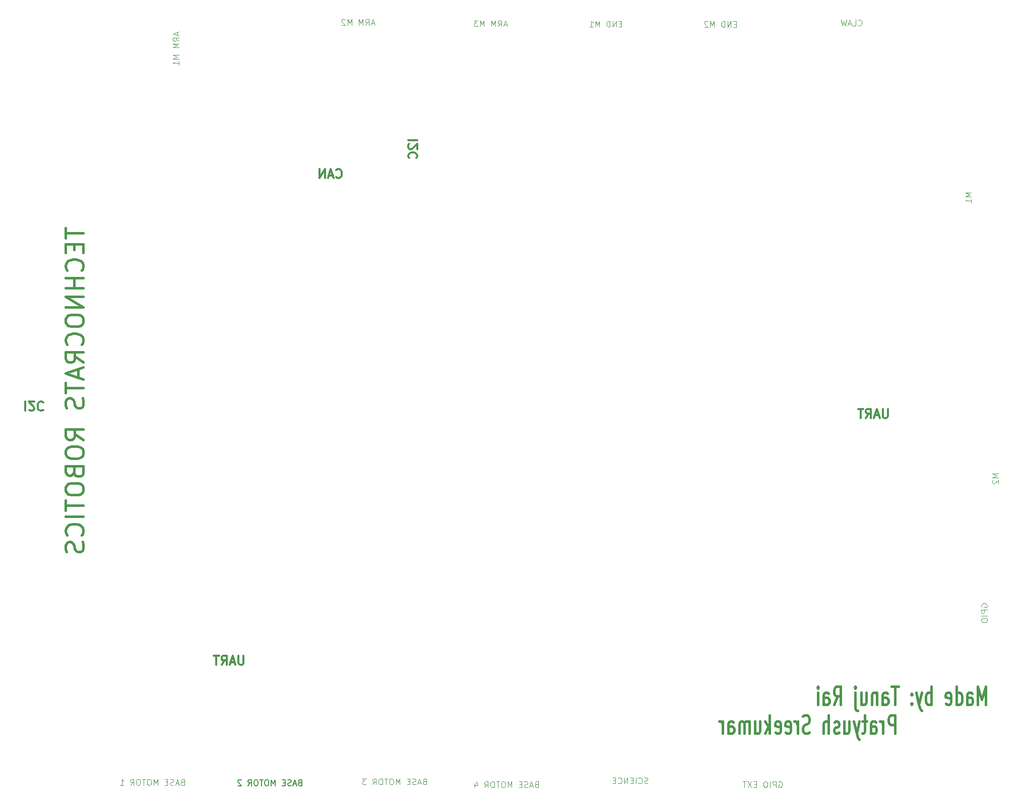
<source format=gbr>
%TF.GenerationSoftware,KiCad,Pcbnew,9.0.2*%
%TF.CreationDate,2025-12-22T22:41:59+05:30*%
%TF.ProjectId,its_a_wrap,6974735f-615f-4777-9261-702e6b696361,rev?*%
%TF.SameCoordinates,Original*%
%TF.FileFunction,Legend,Bot*%
%TF.FilePolarity,Positive*%
%FSLAX46Y46*%
G04 Gerber Fmt 4.6, Leading zero omitted, Abs format (unit mm)*
G04 Created by KiCad (PCBNEW 9.0.2) date 2025-12-22 22:41:59*
%MOMM*%
%LPD*%
G01*
G04 APERTURE LIST*
%ADD10C,0.100000*%
%ADD11C,0.150000*%
%ADD12C,0.300000*%
%ADD13C,0.400000*%
G04 APERTURE END LIST*
D10*
X188494687Y-30387180D02*
X188542306Y-30434800D01*
X188542306Y-30434800D02*
X188685163Y-30482419D01*
X188685163Y-30482419D02*
X188780401Y-30482419D01*
X188780401Y-30482419D02*
X188923258Y-30434800D01*
X188923258Y-30434800D02*
X189018496Y-30339561D01*
X189018496Y-30339561D02*
X189066115Y-30244323D01*
X189066115Y-30244323D02*
X189113734Y-30053847D01*
X189113734Y-30053847D02*
X189113734Y-29910990D01*
X189113734Y-29910990D02*
X189066115Y-29720514D01*
X189066115Y-29720514D02*
X189018496Y-29625276D01*
X189018496Y-29625276D02*
X188923258Y-29530038D01*
X188923258Y-29530038D02*
X188780401Y-29482419D01*
X188780401Y-29482419D02*
X188685163Y-29482419D01*
X188685163Y-29482419D02*
X188542306Y-29530038D01*
X188542306Y-29530038D02*
X188494687Y-29577657D01*
X187589925Y-30482419D02*
X188066115Y-30482419D01*
X188066115Y-30482419D02*
X188066115Y-29482419D01*
X187304210Y-30196704D02*
X186828020Y-30196704D01*
X187399448Y-30482419D02*
X187066115Y-29482419D01*
X187066115Y-29482419D02*
X186732782Y-30482419D01*
X186494686Y-29482419D02*
X186256591Y-30482419D01*
X186256591Y-30482419D02*
X186066115Y-29768133D01*
X186066115Y-29768133D02*
X185875639Y-30482419D01*
X185875639Y-30482419D02*
X185637544Y-29482419D01*
D11*
X94679887Y-157546009D02*
X94537030Y-157593628D01*
X94537030Y-157593628D02*
X94489411Y-157641247D01*
X94489411Y-157641247D02*
X94441792Y-157736485D01*
X94441792Y-157736485D02*
X94441792Y-157879342D01*
X94441792Y-157879342D02*
X94489411Y-157974580D01*
X94489411Y-157974580D02*
X94537030Y-158022200D01*
X94537030Y-158022200D02*
X94632268Y-158069819D01*
X94632268Y-158069819D02*
X95013220Y-158069819D01*
X95013220Y-158069819D02*
X95013220Y-157069819D01*
X95013220Y-157069819D02*
X94679887Y-157069819D01*
X94679887Y-157069819D02*
X94584649Y-157117438D01*
X94584649Y-157117438D02*
X94537030Y-157165057D01*
X94537030Y-157165057D02*
X94489411Y-157260295D01*
X94489411Y-157260295D02*
X94489411Y-157355533D01*
X94489411Y-157355533D02*
X94537030Y-157450771D01*
X94537030Y-157450771D02*
X94584649Y-157498390D01*
X94584649Y-157498390D02*
X94679887Y-157546009D01*
X94679887Y-157546009D02*
X95013220Y-157546009D01*
X94060839Y-157784104D02*
X93584649Y-157784104D01*
X94156077Y-158069819D02*
X93822744Y-157069819D01*
X93822744Y-157069819D02*
X93489411Y-158069819D01*
X93203696Y-158022200D02*
X93060839Y-158069819D01*
X93060839Y-158069819D02*
X92822744Y-158069819D01*
X92822744Y-158069819D02*
X92727506Y-158022200D01*
X92727506Y-158022200D02*
X92679887Y-157974580D01*
X92679887Y-157974580D02*
X92632268Y-157879342D01*
X92632268Y-157879342D02*
X92632268Y-157784104D01*
X92632268Y-157784104D02*
X92679887Y-157688866D01*
X92679887Y-157688866D02*
X92727506Y-157641247D01*
X92727506Y-157641247D02*
X92822744Y-157593628D01*
X92822744Y-157593628D02*
X93013220Y-157546009D01*
X93013220Y-157546009D02*
X93108458Y-157498390D01*
X93108458Y-157498390D02*
X93156077Y-157450771D01*
X93156077Y-157450771D02*
X93203696Y-157355533D01*
X93203696Y-157355533D02*
X93203696Y-157260295D01*
X93203696Y-157260295D02*
X93156077Y-157165057D01*
X93156077Y-157165057D02*
X93108458Y-157117438D01*
X93108458Y-157117438D02*
X93013220Y-157069819D01*
X93013220Y-157069819D02*
X92775125Y-157069819D01*
X92775125Y-157069819D02*
X92632268Y-157117438D01*
X92203696Y-157546009D02*
X91870363Y-157546009D01*
X91727506Y-158069819D02*
X92203696Y-158069819D01*
X92203696Y-158069819D02*
X92203696Y-157069819D01*
X92203696Y-157069819D02*
X91727506Y-157069819D01*
X90537029Y-158069819D02*
X90537029Y-157069819D01*
X90537029Y-157069819D02*
X90203696Y-157784104D01*
X90203696Y-157784104D02*
X89870363Y-157069819D01*
X89870363Y-157069819D02*
X89870363Y-158069819D01*
X89203696Y-157069819D02*
X89013220Y-157069819D01*
X89013220Y-157069819D02*
X88917982Y-157117438D01*
X88917982Y-157117438D02*
X88822744Y-157212676D01*
X88822744Y-157212676D02*
X88775125Y-157403152D01*
X88775125Y-157403152D02*
X88775125Y-157736485D01*
X88775125Y-157736485D02*
X88822744Y-157926961D01*
X88822744Y-157926961D02*
X88917982Y-158022200D01*
X88917982Y-158022200D02*
X89013220Y-158069819D01*
X89013220Y-158069819D02*
X89203696Y-158069819D01*
X89203696Y-158069819D02*
X89298934Y-158022200D01*
X89298934Y-158022200D02*
X89394172Y-157926961D01*
X89394172Y-157926961D02*
X89441791Y-157736485D01*
X89441791Y-157736485D02*
X89441791Y-157403152D01*
X89441791Y-157403152D02*
X89394172Y-157212676D01*
X89394172Y-157212676D02*
X89298934Y-157117438D01*
X89298934Y-157117438D02*
X89203696Y-157069819D01*
X88489410Y-157069819D02*
X87917982Y-157069819D01*
X88203696Y-158069819D02*
X88203696Y-157069819D01*
X87394172Y-157069819D02*
X87203696Y-157069819D01*
X87203696Y-157069819D02*
X87108458Y-157117438D01*
X87108458Y-157117438D02*
X87013220Y-157212676D01*
X87013220Y-157212676D02*
X86965601Y-157403152D01*
X86965601Y-157403152D02*
X86965601Y-157736485D01*
X86965601Y-157736485D02*
X87013220Y-157926961D01*
X87013220Y-157926961D02*
X87108458Y-158022200D01*
X87108458Y-158022200D02*
X87203696Y-158069819D01*
X87203696Y-158069819D02*
X87394172Y-158069819D01*
X87394172Y-158069819D02*
X87489410Y-158022200D01*
X87489410Y-158022200D02*
X87584648Y-157926961D01*
X87584648Y-157926961D02*
X87632267Y-157736485D01*
X87632267Y-157736485D02*
X87632267Y-157403152D01*
X87632267Y-157403152D02*
X87584648Y-157212676D01*
X87584648Y-157212676D02*
X87489410Y-157117438D01*
X87489410Y-157117438D02*
X87394172Y-157069819D01*
X85965601Y-158069819D02*
X86298934Y-157593628D01*
X86537029Y-158069819D02*
X86537029Y-157069819D01*
X86537029Y-157069819D02*
X86156077Y-157069819D01*
X86156077Y-157069819D02*
X86060839Y-157117438D01*
X86060839Y-157117438D02*
X86013220Y-157165057D01*
X86013220Y-157165057D02*
X85965601Y-157260295D01*
X85965601Y-157260295D02*
X85965601Y-157403152D01*
X85965601Y-157403152D02*
X86013220Y-157498390D01*
X86013220Y-157498390D02*
X86060839Y-157546009D01*
X86060839Y-157546009D02*
X86156077Y-157593628D01*
X86156077Y-157593628D02*
X86537029Y-157593628D01*
X84822743Y-157165057D02*
X84775124Y-157117438D01*
X84775124Y-157117438D02*
X84679886Y-157069819D01*
X84679886Y-157069819D02*
X84441791Y-157069819D01*
X84441791Y-157069819D02*
X84346553Y-157117438D01*
X84346553Y-157117438D02*
X84298934Y-157165057D01*
X84298934Y-157165057D02*
X84251315Y-157260295D01*
X84251315Y-157260295D02*
X84251315Y-157355533D01*
X84251315Y-157355533D02*
X84298934Y-157498390D01*
X84298934Y-157498390D02*
X84870362Y-158069819D01*
X84870362Y-158069819D02*
X84251315Y-158069819D01*
D10*
X134412782Y-157848609D02*
X134269925Y-157896228D01*
X134269925Y-157896228D02*
X134222306Y-157943847D01*
X134222306Y-157943847D02*
X134174687Y-158039085D01*
X134174687Y-158039085D02*
X134174687Y-158181942D01*
X134174687Y-158181942D02*
X134222306Y-158277180D01*
X134222306Y-158277180D02*
X134269925Y-158324800D01*
X134269925Y-158324800D02*
X134365163Y-158372419D01*
X134365163Y-158372419D02*
X134746115Y-158372419D01*
X134746115Y-158372419D02*
X134746115Y-157372419D01*
X134746115Y-157372419D02*
X134412782Y-157372419D01*
X134412782Y-157372419D02*
X134317544Y-157420038D01*
X134317544Y-157420038D02*
X134269925Y-157467657D01*
X134269925Y-157467657D02*
X134222306Y-157562895D01*
X134222306Y-157562895D02*
X134222306Y-157658133D01*
X134222306Y-157658133D02*
X134269925Y-157753371D01*
X134269925Y-157753371D02*
X134317544Y-157800990D01*
X134317544Y-157800990D02*
X134412782Y-157848609D01*
X134412782Y-157848609D02*
X134746115Y-157848609D01*
X133793734Y-158086704D02*
X133317544Y-158086704D01*
X133888972Y-158372419D02*
X133555639Y-157372419D01*
X133555639Y-157372419D02*
X133222306Y-158372419D01*
X132936591Y-158324800D02*
X132793734Y-158372419D01*
X132793734Y-158372419D02*
X132555639Y-158372419D01*
X132555639Y-158372419D02*
X132460401Y-158324800D01*
X132460401Y-158324800D02*
X132412782Y-158277180D01*
X132412782Y-158277180D02*
X132365163Y-158181942D01*
X132365163Y-158181942D02*
X132365163Y-158086704D01*
X132365163Y-158086704D02*
X132412782Y-157991466D01*
X132412782Y-157991466D02*
X132460401Y-157943847D01*
X132460401Y-157943847D02*
X132555639Y-157896228D01*
X132555639Y-157896228D02*
X132746115Y-157848609D01*
X132746115Y-157848609D02*
X132841353Y-157800990D01*
X132841353Y-157800990D02*
X132888972Y-157753371D01*
X132888972Y-157753371D02*
X132936591Y-157658133D01*
X132936591Y-157658133D02*
X132936591Y-157562895D01*
X132936591Y-157562895D02*
X132888972Y-157467657D01*
X132888972Y-157467657D02*
X132841353Y-157420038D01*
X132841353Y-157420038D02*
X132746115Y-157372419D01*
X132746115Y-157372419D02*
X132508020Y-157372419D01*
X132508020Y-157372419D02*
X132365163Y-157420038D01*
X131936591Y-157848609D02*
X131603258Y-157848609D01*
X131460401Y-158372419D02*
X131936591Y-158372419D01*
X131936591Y-158372419D02*
X131936591Y-157372419D01*
X131936591Y-157372419D02*
X131460401Y-157372419D01*
X130269924Y-158372419D02*
X130269924Y-157372419D01*
X130269924Y-157372419D02*
X129936591Y-158086704D01*
X129936591Y-158086704D02*
X129603258Y-157372419D01*
X129603258Y-157372419D02*
X129603258Y-158372419D01*
X128936591Y-157372419D02*
X128746115Y-157372419D01*
X128746115Y-157372419D02*
X128650877Y-157420038D01*
X128650877Y-157420038D02*
X128555639Y-157515276D01*
X128555639Y-157515276D02*
X128508020Y-157705752D01*
X128508020Y-157705752D02*
X128508020Y-158039085D01*
X128508020Y-158039085D02*
X128555639Y-158229561D01*
X128555639Y-158229561D02*
X128650877Y-158324800D01*
X128650877Y-158324800D02*
X128746115Y-158372419D01*
X128746115Y-158372419D02*
X128936591Y-158372419D01*
X128936591Y-158372419D02*
X129031829Y-158324800D01*
X129031829Y-158324800D02*
X129127067Y-158229561D01*
X129127067Y-158229561D02*
X129174686Y-158039085D01*
X129174686Y-158039085D02*
X129174686Y-157705752D01*
X129174686Y-157705752D02*
X129127067Y-157515276D01*
X129127067Y-157515276D02*
X129031829Y-157420038D01*
X129031829Y-157420038D02*
X128936591Y-157372419D01*
X128222305Y-157372419D02*
X127650877Y-157372419D01*
X127936591Y-158372419D02*
X127936591Y-157372419D01*
X127127067Y-157372419D02*
X126936591Y-157372419D01*
X126936591Y-157372419D02*
X126841353Y-157420038D01*
X126841353Y-157420038D02*
X126746115Y-157515276D01*
X126746115Y-157515276D02*
X126698496Y-157705752D01*
X126698496Y-157705752D02*
X126698496Y-158039085D01*
X126698496Y-158039085D02*
X126746115Y-158229561D01*
X126746115Y-158229561D02*
X126841353Y-158324800D01*
X126841353Y-158324800D02*
X126936591Y-158372419D01*
X126936591Y-158372419D02*
X127127067Y-158372419D01*
X127127067Y-158372419D02*
X127222305Y-158324800D01*
X127222305Y-158324800D02*
X127317543Y-158229561D01*
X127317543Y-158229561D02*
X127365162Y-158039085D01*
X127365162Y-158039085D02*
X127365162Y-157705752D01*
X127365162Y-157705752D02*
X127317543Y-157515276D01*
X127317543Y-157515276D02*
X127222305Y-157420038D01*
X127222305Y-157420038D02*
X127127067Y-157372419D01*
X125698496Y-158372419D02*
X126031829Y-157896228D01*
X126269924Y-158372419D02*
X126269924Y-157372419D01*
X126269924Y-157372419D02*
X125888972Y-157372419D01*
X125888972Y-157372419D02*
X125793734Y-157420038D01*
X125793734Y-157420038D02*
X125746115Y-157467657D01*
X125746115Y-157467657D02*
X125698496Y-157562895D01*
X125698496Y-157562895D02*
X125698496Y-157705752D01*
X125698496Y-157705752D02*
X125746115Y-157800990D01*
X125746115Y-157800990D02*
X125793734Y-157848609D01*
X125793734Y-157848609D02*
X125888972Y-157896228D01*
X125888972Y-157896228D02*
X126269924Y-157896228D01*
X124079448Y-157705752D02*
X124079448Y-158372419D01*
X124317543Y-157324800D02*
X124555638Y-158039085D01*
X124555638Y-158039085D02*
X123936591Y-158039085D01*
X209200038Y-128057693D02*
X209152419Y-127962455D01*
X209152419Y-127962455D02*
X209152419Y-127819598D01*
X209152419Y-127819598D02*
X209200038Y-127676741D01*
X209200038Y-127676741D02*
X209295276Y-127581503D01*
X209295276Y-127581503D02*
X209390514Y-127533884D01*
X209390514Y-127533884D02*
X209580990Y-127486265D01*
X209580990Y-127486265D02*
X209723847Y-127486265D01*
X209723847Y-127486265D02*
X209914323Y-127533884D01*
X209914323Y-127533884D02*
X210009561Y-127581503D01*
X210009561Y-127581503D02*
X210104800Y-127676741D01*
X210104800Y-127676741D02*
X210152419Y-127819598D01*
X210152419Y-127819598D02*
X210152419Y-127914836D01*
X210152419Y-127914836D02*
X210104800Y-128057693D01*
X210104800Y-128057693D02*
X210057180Y-128105312D01*
X210057180Y-128105312D02*
X209723847Y-128105312D01*
X209723847Y-128105312D02*
X209723847Y-127914836D01*
X210152419Y-128533884D02*
X209152419Y-128533884D01*
X209152419Y-128533884D02*
X209152419Y-128914836D01*
X209152419Y-128914836D02*
X209200038Y-129010074D01*
X209200038Y-129010074D02*
X209247657Y-129057693D01*
X209247657Y-129057693D02*
X209342895Y-129105312D01*
X209342895Y-129105312D02*
X209485752Y-129105312D01*
X209485752Y-129105312D02*
X209580990Y-129057693D01*
X209580990Y-129057693D02*
X209628609Y-129010074D01*
X209628609Y-129010074D02*
X209676228Y-128914836D01*
X209676228Y-128914836D02*
X209676228Y-128533884D01*
X210152419Y-129533884D02*
X209152419Y-129533884D01*
X209152419Y-130200550D02*
X209152419Y-130391026D01*
X209152419Y-130391026D02*
X209200038Y-130486264D01*
X209200038Y-130486264D02*
X209295276Y-130581502D01*
X209295276Y-130581502D02*
X209485752Y-130629121D01*
X209485752Y-130629121D02*
X209819085Y-130629121D01*
X209819085Y-130629121D02*
X210009561Y-130581502D01*
X210009561Y-130581502D02*
X210104800Y-130486264D01*
X210104800Y-130486264D02*
X210152419Y-130391026D01*
X210152419Y-130391026D02*
X210152419Y-130200550D01*
X210152419Y-130200550D02*
X210104800Y-130105312D01*
X210104800Y-130105312D02*
X210009561Y-130010074D01*
X210009561Y-130010074D02*
X209819085Y-129962455D01*
X209819085Y-129962455D02*
X209485752Y-129962455D01*
X209485752Y-129962455D02*
X209295276Y-130010074D01*
X209295276Y-130010074D02*
X209200038Y-130105312D01*
X209200038Y-130105312D02*
X209152419Y-130200550D01*
X74076704Y-31606265D02*
X74076704Y-32082455D01*
X74362419Y-31511027D02*
X73362419Y-31844360D01*
X73362419Y-31844360D02*
X74362419Y-32177693D01*
X74362419Y-33082455D02*
X73886228Y-32749122D01*
X74362419Y-32511027D02*
X73362419Y-32511027D01*
X73362419Y-32511027D02*
X73362419Y-32891979D01*
X73362419Y-32891979D02*
X73410038Y-32987217D01*
X73410038Y-32987217D02*
X73457657Y-33034836D01*
X73457657Y-33034836D02*
X73552895Y-33082455D01*
X73552895Y-33082455D02*
X73695752Y-33082455D01*
X73695752Y-33082455D02*
X73790990Y-33034836D01*
X73790990Y-33034836D02*
X73838609Y-32987217D01*
X73838609Y-32987217D02*
X73886228Y-32891979D01*
X73886228Y-32891979D02*
X73886228Y-32511027D01*
X74362419Y-33511027D02*
X73362419Y-33511027D01*
X73362419Y-33511027D02*
X74076704Y-33844360D01*
X74076704Y-33844360D02*
X73362419Y-34177693D01*
X73362419Y-34177693D02*
X74362419Y-34177693D01*
X74362419Y-35415789D02*
X73362419Y-35415789D01*
X73362419Y-35415789D02*
X74076704Y-35749122D01*
X74076704Y-35749122D02*
X73362419Y-36082455D01*
X73362419Y-36082455D02*
X74362419Y-36082455D01*
X74362419Y-37082455D02*
X74362419Y-36511027D01*
X74362419Y-36796741D02*
X73362419Y-36796741D01*
X73362419Y-36796741D02*
X73505276Y-36701503D01*
X73505276Y-36701503D02*
X73600514Y-36606265D01*
X73600514Y-36606265D02*
X73648133Y-36511027D01*
X115612782Y-157348609D02*
X115469925Y-157396228D01*
X115469925Y-157396228D02*
X115422306Y-157443847D01*
X115422306Y-157443847D02*
X115374687Y-157539085D01*
X115374687Y-157539085D02*
X115374687Y-157681942D01*
X115374687Y-157681942D02*
X115422306Y-157777180D01*
X115422306Y-157777180D02*
X115469925Y-157824800D01*
X115469925Y-157824800D02*
X115565163Y-157872419D01*
X115565163Y-157872419D02*
X115946115Y-157872419D01*
X115946115Y-157872419D02*
X115946115Y-156872419D01*
X115946115Y-156872419D02*
X115612782Y-156872419D01*
X115612782Y-156872419D02*
X115517544Y-156920038D01*
X115517544Y-156920038D02*
X115469925Y-156967657D01*
X115469925Y-156967657D02*
X115422306Y-157062895D01*
X115422306Y-157062895D02*
X115422306Y-157158133D01*
X115422306Y-157158133D02*
X115469925Y-157253371D01*
X115469925Y-157253371D02*
X115517544Y-157300990D01*
X115517544Y-157300990D02*
X115612782Y-157348609D01*
X115612782Y-157348609D02*
X115946115Y-157348609D01*
X114993734Y-157586704D02*
X114517544Y-157586704D01*
X115088972Y-157872419D02*
X114755639Y-156872419D01*
X114755639Y-156872419D02*
X114422306Y-157872419D01*
X114136591Y-157824800D02*
X113993734Y-157872419D01*
X113993734Y-157872419D02*
X113755639Y-157872419D01*
X113755639Y-157872419D02*
X113660401Y-157824800D01*
X113660401Y-157824800D02*
X113612782Y-157777180D01*
X113612782Y-157777180D02*
X113565163Y-157681942D01*
X113565163Y-157681942D02*
X113565163Y-157586704D01*
X113565163Y-157586704D02*
X113612782Y-157491466D01*
X113612782Y-157491466D02*
X113660401Y-157443847D01*
X113660401Y-157443847D02*
X113755639Y-157396228D01*
X113755639Y-157396228D02*
X113946115Y-157348609D01*
X113946115Y-157348609D02*
X114041353Y-157300990D01*
X114041353Y-157300990D02*
X114088972Y-157253371D01*
X114088972Y-157253371D02*
X114136591Y-157158133D01*
X114136591Y-157158133D02*
X114136591Y-157062895D01*
X114136591Y-157062895D02*
X114088972Y-156967657D01*
X114088972Y-156967657D02*
X114041353Y-156920038D01*
X114041353Y-156920038D02*
X113946115Y-156872419D01*
X113946115Y-156872419D02*
X113708020Y-156872419D01*
X113708020Y-156872419D02*
X113565163Y-156920038D01*
X113136591Y-157348609D02*
X112803258Y-157348609D01*
X112660401Y-157872419D02*
X113136591Y-157872419D01*
X113136591Y-157872419D02*
X113136591Y-156872419D01*
X113136591Y-156872419D02*
X112660401Y-156872419D01*
X111469924Y-157872419D02*
X111469924Y-156872419D01*
X111469924Y-156872419D02*
X111136591Y-157586704D01*
X111136591Y-157586704D02*
X110803258Y-156872419D01*
X110803258Y-156872419D02*
X110803258Y-157872419D01*
X110136591Y-156872419D02*
X109946115Y-156872419D01*
X109946115Y-156872419D02*
X109850877Y-156920038D01*
X109850877Y-156920038D02*
X109755639Y-157015276D01*
X109755639Y-157015276D02*
X109708020Y-157205752D01*
X109708020Y-157205752D02*
X109708020Y-157539085D01*
X109708020Y-157539085D02*
X109755639Y-157729561D01*
X109755639Y-157729561D02*
X109850877Y-157824800D01*
X109850877Y-157824800D02*
X109946115Y-157872419D01*
X109946115Y-157872419D02*
X110136591Y-157872419D01*
X110136591Y-157872419D02*
X110231829Y-157824800D01*
X110231829Y-157824800D02*
X110327067Y-157729561D01*
X110327067Y-157729561D02*
X110374686Y-157539085D01*
X110374686Y-157539085D02*
X110374686Y-157205752D01*
X110374686Y-157205752D02*
X110327067Y-157015276D01*
X110327067Y-157015276D02*
X110231829Y-156920038D01*
X110231829Y-156920038D02*
X110136591Y-156872419D01*
X109422305Y-156872419D02*
X108850877Y-156872419D01*
X109136591Y-157872419D02*
X109136591Y-156872419D01*
X108327067Y-156872419D02*
X108136591Y-156872419D01*
X108136591Y-156872419D02*
X108041353Y-156920038D01*
X108041353Y-156920038D02*
X107946115Y-157015276D01*
X107946115Y-157015276D02*
X107898496Y-157205752D01*
X107898496Y-157205752D02*
X107898496Y-157539085D01*
X107898496Y-157539085D02*
X107946115Y-157729561D01*
X107946115Y-157729561D02*
X108041353Y-157824800D01*
X108041353Y-157824800D02*
X108136591Y-157872419D01*
X108136591Y-157872419D02*
X108327067Y-157872419D01*
X108327067Y-157872419D02*
X108422305Y-157824800D01*
X108422305Y-157824800D02*
X108517543Y-157729561D01*
X108517543Y-157729561D02*
X108565162Y-157539085D01*
X108565162Y-157539085D02*
X108565162Y-157205752D01*
X108565162Y-157205752D02*
X108517543Y-157015276D01*
X108517543Y-157015276D02*
X108422305Y-156920038D01*
X108422305Y-156920038D02*
X108327067Y-156872419D01*
X106898496Y-157872419D02*
X107231829Y-157396228D01*
X107469924Y-157872419D02*
X107469924Y-156872419D01*
X107469924Y-156872419D02*
X107088972Y-156872419D01*
X107088972Y-156872419D02*
X106993734Y-156920038D01*
X106993734Y-156920038D02*
X106946115Y-156967657D01*
X106946115Y-156967657D02*
X106898496Y-157062895D01*
X106898496Y-157062895D02*
X106898496Y-157205752D01*
X106898496Y-157205752D02*
X106946115Y-157300990D01*
X106946115Y-157300990D02*
X106993734Y-157348609D01*
X106993734Y-157348609D02*
X107088972Y-157396228D01*
X107088972Y-157396228D02*
X107469924Y-157396228D01*
X105803257Y-156872419D02*
X105184210Y-156872419D01*
X105184210Y-156872419D02*
X105517543Y-157253371D01*
X105517543Y-157253371D02*
X105374686Y-157253371D01*
X105374686Y-157253371D02*
X105279448Y-157300990D01*
X105279448Y-157300990D02*
X105231829Y-157348609D01*
X105231829Y-157348609D02*
X105184210Y-157443847D01*
X105184210Y-157443847D02*
X105184210Y-157681942D01*
X105184210Y-157681942D02*
X105231829Y-157777180D01*
X105231829Y-157777180D02*
X105279448Y-157824800D01*
X105279448Y-157824800D02*
X105374686Y-157872419D01*
X105374686Y-157872419D02*
X105660400Y-157872419D01*
X105660400Y-157872419D02*
X105755638Y-157824800D01*
X105755638Y-157824800D02*
X105803257Y-157777180D01*
D12*
X85225489Y-136260828D02*
X85225489Y-137475114D01*
X85225489Y-137475114D02*
X85154060Y-137617971D01*
X85154060Y-137617971D02*
X85082632Y-137689400D01*
X85082632Y-137689400D02*
X84939774Y-137760828D01*
X84939774Y-137760828D02*
X84654060Y-137760828D01*
X84654060Y-137760828D02*
X84511203Y-137689400D01*
X84511203Y-137689400D02*
X84439774Y-137617971D01*
X84439774Y-137617971D02*
X84368346Y-137475114D01*
X84368346Y-137475114D02*
X84368346Y-136260828D01*
X83725488Y-137332257D02*
X83011203Y-137332257D01*
X83868345Y-137760828D02*
X83368345Y-136260828D01*
X83368345Y-136260828D02*
X82868345Y-137760828D01*
X81511203Y-137760828D02*
X82011203Y-137046542D01*
X82368346Y-137760828D02*
X82368346Y-136260828D01*
X82368346Y-136260828D02*
X81796917Y-136260828D01*
X81796917Y-136260828D02*
X81654060Y-136332257D01*
X81654060Y-136332257D02*
X81582631Y-136403685D01*
X81582631Y-136403685D02*
X81511203Y-136546542D01*
X81511203Y-136546542D02*
X81511203Y-136760828D01*
X81511203Y-136760828D02*
X81582631Y-136903685D01*
X81582631Y-136903685D02*
X81654060Y-136975114D01*
X81654060Y-136975114D02*
X81796917Y-137046542D01*
X81796917Y-137046542D02*
X82368346Y-137046542D01*
X81082631Y-136260828D02*
X80225489Y-136260828D01*
X80654060Y-137760828D02*
X80654060Y-136260828D01*
D10*
X212012419Y-105713884D02*
X211012419Y-105713884D01*
X211012419Y-105713884D02*
X211726704Y-106047217D01*
X211726704Y-106047217D02*
X211012419Y-106380550D01*
X211012419Y-106380550D02*
X212012419Y-106380550D01*
X211107657Y-106809122D02*
X211060038Y-106856741D01*
X211060038Y-106856741D02*
X211012419Y-106951979D01*
X211012419Y-106951979D02*
X211012419Y-107190074D01*
X211012419Y-107190074D02*
X211060038Y-107285312D01*
X211060038Y-107285312D02*
X211107657Y-107332931D01*
X211107657Y-107332931D02*
X211202895Y-107380550D01*
X211202895Y-107380550D02*
X211298133Y-107380550D01*
X211298133Y-107380550D02*
X211440990Y-107332931D01*
X211440990Y-107332931D02*
X212012419Y-106761503D01*
X212012419Y-106761503D02*
X212012419Y-107380550D01*
X175142306Y-157410038D02*
X175237544Y-157362419D01*
X175237544Y-157362419D02*
X175380401Y-157362419D01*
X175380401Y-157362419D02*
X175523258Y-157410038D01*
X175523258Y-157410038D02*
X175618496Y-157505276D01*
X175618496Y-157505276D02*
X175666115Y-157600514D01*
X175666115Y-157600514D02*
X175713734Y-157790990D01*
X175713734Y-157790990D02*
X175713734Y-157933847D01*
X175713734Y-157933847D02*
X175666115Y-158124323D01*
X175666115Y-158124323D02*
X175618496Y-158219561D01*
X175618496Y-158219561D02*
X175523258Y-158314800D01*
X175523258Y-158314800D02*
X175380401Y-158362419D01*
X175380401Y-158362419D02*
X175285163Y-158362419D01*
X175285163Y-158362419D02*
X175142306Y-158314800D01*
X175142306Y-158314800D02*
X175094687Y-158267180D01*
X175094687Y-158267180D02*
X175094687Y-157933847D01*
X175094687Y-157933847D02*
X175285163Y-157933847D01*
X174666115Y-158362419D02*
X174666115Y-157362419D01*
X174666115Y-157362419D02*
X174285163Y-157362419D01*
X174285163Y-157362419D02*
X174189925Y-157410038D01*
X174189925Y-157410038D02*
X174142306Y-157457657D01*
X174142306Y-157457657D02*
X174094687Y-157552895D01*
X174094687Y-157552895D02*
X174094687Y-157695752D01*
X174094687Y-157695752D02*
X174142306Y-157790990D01*
X174142306Y-157790990D02*
X174189925Y-157838609D01*
X174189925Y-157838609D02*
X174285163Y-157886228D01*
X174285163Y-157886228D02*
X174666115Y-157886228D01*
X173666115Y-158362419D02*
X173666115Y-157362419D01*
X172999449Y-157362419D02*
X172808973Y-157362419D01*
X172808973Y-157362419D02*
X172713735Y-157410038D01*
X172713735Y-157410038D02*
X172618497Y-157505276D01*
X172618497Y-157505276D02*
X172570878Y-157695752D01*
X172570878Y-157695752D02*
X172570878Y-158029085D01*
X172570878Y-158029085D02*
X172618497Y-158219561D01*
X172618497Y-158219561D02*
X172713735Y-158314800D01*
X172713735Y-158314800D02*
X172808973Y-158362419D01*
X172808973Y-158362419D02*
X172999449Y-158362419D01*
X172999449Y-158362419D02*
X173094687Y-158314800D01*
X173094687Y-158314800D02*
X173189925Y-158219561D01*
X173189925Y-158219561D02*
X173237544Y-158029085D01*
X173237544Y-158029085D02*
X173237544Y-157695752D01*
X173237544Y-157695752D02*
X173189925Y-157505276D01*
X173189925Y-157505276D02*
X173094687Y-157410038D01*
X173094687Y-157410038D02*
X172999449Y-157362419D01*
X171380401Y-157838609D02*
X171047068Y-157838609D01*
X170904211Y-158362419D02*
X171380401Y-158362419D01*
X171380401Y-158362419D02*
X171380401Y-157362419D01*
X171380401Y-157362419D02*
X170904211Y-157362419D01*
X170570877Y-157362419D02*
X169904211Y-158362419D01*
X169904211Y-157362419D02*
X170570877Y-158362419D01*
X169666115Y-157362419D02*
X169094687Y-157362419D01*
X169380401Y-158362419D02*
X169380401Y-157362419D01*
D12*
X193445489Y-94830828D02*
X193445489Y-96045114D01*
X193445489Y-96045114D02*
X193374060Y-96187971D01*
X193374060Y-96187971D02*
X193302632Y-96259400D01*
X193302632Y-96259400D02*
X193159774Y-96330828D01*
X193159774Y-96330828D02*
X192874060Y-96330828D01*
X192874060Y-96330828D02*
X192731203Y-96259400D01*
X192731203Y-96259400D02*
X192659774Y-96187971D01*
X192659774Y-96187971D02*
X192588346Y-96045114D01*
X192588346Y-96045114D02*
X192588346Y-94830828D01*
X191945488Y-95902257D02*
X191231203Y-95902257D01*
X192088345Y-96330828D02*
X191588345Y-94830828D01*
X191588345Y-94830828D02*
X191088345Y-96330828D01*
X189731203Y-96330828D02*
X190231203Y-95616542D01*
X190588346Y-96330828D02*
X190588346Y-94830828D01*
X190588346Y-94830828D02*
X190016917Y-94830828D01*
X190016917Y-94830828D02*
X189874060Y-94902257D01*
X189874060Y-94902257D02*
X189802631Y-94973685D01*
X189802631Y-94973685D02*
X189731203Y-95116542D01*
X189731203Y-95116542D02*
X189731203Y-95330828D01*
X189731203Y-95330828D02*
X189802631Y-95473685D01*
X189802631Y-95473685D02*
X189874060Y-95545114D01*
X189874060Y-95545114D02*
X190016917Y-95616542D01*
X190016917Y-95616542D02*
X190588346Y-95616542D01*
X189302631Y-94830828D02*
X188445489Y-94830828D01*
X188874060Y-96330828D02*
X188874060Y-94830828D01*
D10*
X129423734Y-30326704D02*
X128947544Y-30326704D01*
X129518972Y-30612419D02*
X129185639Y-29612419D01*
X129185639Y-29612419D02*
X128852306Y-30612419D01*
X127947544Y-30612419D02*
X128280877Y-30136228D01*
X128518972Y-30612419D02*
X128518972Y-29612419D01*
X128518972Y-29612419D02*
X128138020Y-29612419D01*
X128138020Y-29612419D02*
X128042782Y-29660038D01*
X128042782Y-29660038D02*
X127995163Y-29707657D01*
X127995163Y-29707657D02*
X127947544Y-29802895D01*
X127947544Y-29802895D02*
X127947544Y-29945752D01*
X127947544Y-29945752D02*
X127995163Y-30040990D01*
X127995163Y-30040990D02*
X128042782Y-30088609D01*
X128042782Y-30088609D02*
X128138020Y-30136228D01*
X128138020Y-30136228D02*
X128518972Y-30136228D01*
X127518972Y-30612419D02*
X127518972Y-29612419D01*
X127518972Y-29612419D02*
X127185639Y-30326704D01*
X127185639Y-30326704D02*
X126852306Y-29612419D01*
X126852306Y-29612419D02*
X126852306Y-30612419D01*
X125614210Y-30612419D02*
X125614210Y-29612419D01*
X125614210Y-29612419D02*
X125280877Y-30326704D01*
X125280877Y-30326704D02*
X124947544Y-29612419D01*
X124947544Y-29612419D02*
X124947544Y-30612419D01*
X124566591Y-29612419D02*
X123947544Y-29612419D01*
X123947544Y-29612419D02*
X124280877Y-29993371D01*
X124280877Y-29993371D02*
X124138020Y-29993371D01*
X124138020Y-29993371D02*
X124042782Y-30040990D01*
X124042782Y-30040990D02*
X123995163Y-30088609D01*
X123995163Y-30088609D02*
X123947544Y-30183847D01*
X123947544Y-30183847D02*
X123947544Y-30421942D01*
X123947544Y-30421942D02*
X123995163Y-30517180D01*
X123995163Y-30517180D02*
X124042782Y-30564800D01*
X124042782Y-30564800D02*
X124138020Y-30612419D01*
X124138020Y-30612419D02*
X124423734Y-30612419D01*
X124423734Y-30612419D02*
X124518972Y-30564800D01*
X124518972Y-30564800D02*
X124566591Y-30517180D01*
X153123734Y-157654800D02*
X152980877Y-157702419D01*
X152980877Y-157702419D02*
X152742782Y-157702419D01*
X152742782Y-157702419D02*
X152647544Y-157654800D01*
X152647544Y-157654800D02*
X152599925Y-157607180D01*
X152599925Y-157607180D02*
X152552306Y-157511942D01*
X152552306Y-157511942D02*
X152552306Y-157416704D01*
X152552306Y-157416704D02*
X152599925Y-157321466D01*
X152599925Y-157321466D02*
X152647544Y-157273847D01*
X152647544Y-157273847D02*
X152742782Y-157226228D01*
X152742782Y-157226228D02*
X152933258Y-157178609D01*
X152933258Y-157178609D02*
X153028496Y-157130990D01*
X153028496Y-157130990D02*
X153076115Y-157083371D01*
X153076115Y-157083371D02*
X153123734Y-156988133D01*
X153123734Y-156988133D02*
X153123734Y-156892895D01*
X153123734Y-156892895D02*
X153076115Y-156797657D01*
X153076115Y-156797657D02*
X153028496Y-156750038D01*
X153028496Y-156750038D02*
X152933258Y-156702419D01*
X152933258Y-156702419D02*
X152695163Y-156702419D01*
X152695163Y-156702419D02*
X152552306Y-156750038D01*
X151552306Y-157607180D02*
X151599925Y-157654800D01*
X151599925Y-157654800D02*
X151742782Y-157702419D01*
X151742782Y-157702419D02*
X151838020Y-157702419D01*
X151838020Y-157702419D02*
X151980877Y-157654800D01*
X151980877Y-157654800D02*
X152076115Y-157559561D01*
X152076115Y-157559561D02*
X152123734Y-157464323D01*
X152123734Y-157464323D02*
X152171353Y-157273847D01*
X152171353Y-157273847D02*
X152171353Y-157130990D01*
X152171353Y-157130990D02*
X152123734Y-156940514D01*
X152123734Y-156940514D02*
X152076115Y-156845276D01*
X152076115Y-156845276D02*
X151980877Y-156750038D01*
X151980877Y-156750038D02*
X151838020Y-156702419D01*
X151838020Y-156702419D02*
X151742782Y-156702419D01*
X151742782Y-156702419D02*
X151599925Y-156750038D01*
X151599925Y-156750038D02*
X151552306Y-156797657D01*
X151123734Y-157702419D02*
X151123734Y-156702419D01*
X150647544Y-157178609D02*
X150314211Y-157178609D01*
X150171354Y-157702419D02*
X150647544Y-157702419D01*
X150647544Y-157702419D02*
X150647544Y-156702419D01*
X150647544Y-156702419D02*
X150171354Y-156702419D01*
X149742782Y-157702419D02*
X149742782Y-156702419D01*
X149742782Y-156702419D02*
X149171354Y-157702419D01*
X149171354Y-157702419D02*
X149171354Y-156702419D01*
X148123735Y-157607180D02*
X148171354Y-157654800D01*
X148171354Y-157654800D02*
X148314211Y-157702419D01*
X148314211Y-157702419D02*
X148409449Y-157702419D01*
X148409449Y-157702419D02*
X148552306Y-157654800D01*
X148552306Y-157654800D02*
X148647544Y-157559561D01*
X148647544Y-157559561D02*
X148695163Y-157464323D01*
X148695163Y-157464323D02*
X148742782Y-157273847D01*
X148742782Y-157273847D02*
X148742782Y-157130990D01*
X148742782Y-157130990D02*
X148695163Y-156940514D01*
X148695163Y-156940514D02*
X148647544Y-156845276D01*
X148647544Y-156845276D02*
X148552306Y-156750038D01*
X148552306Y-156750038D02*
X148409449Y-156702419D01*
X148409449Y-156702419D02*
X148314211Y-156702419D01*
X148314211Y-156702419D02*
X148171354Y-156750038D01*
X148171354Y-156750038D02*
X148123735Y-156797657D01*
X147695163Y-157178609D02*
X147361830Y-157178609D01*
X147218973Y-157702419D02*
X147695163Y-157702419D01*
X147695163Y-157702419D02*
X147695163Y-156702419D01*
X147695163Y-156702419D02*
X147218973Y-156702419D01*
X167996115Y-30208609D02*
X167662782Y-30208609D01*
X167519925Y-30732419D02*
X167996115Y-30732419D01*
X167996115Y-30732419D02*
X167996115Y-29732419D01*
X167996115Y-29732419D02*
X167519925Y-29732419D01*
X167091353Y-30732419D02*
X167091353Y-29732419D01*
X167091353Y-29732419D02*
X166519925Y-30732419D01*
X166519925Y-30732419D02*
X166519925Y-29732419D01*
X166043734Y-30732419D02*
X166043734Y-29732419D01*
X166043734Y-29732419D02*
X165805639Y-29732419D01*
X165805639Y-29732419D02*
X165662782Y-29780038D01*
X165662782Y-29780038D02*
X165567544Y-29875276D01*
X165567544Y-29875276D02*
X165519925Y-29970514D01*
X165519925Y-29970514D02*
X165472306Y-30160990D01*
X165472306Y-30160990D02*
X165472306Y-30303847D01*
X165472306Y-30303847D02*
X165519925Y-30494323D01*
X165519925Y-30494323D02*
X165567544Y-30589561D01*
X165567544Y-30589561D02*
X165662782Y-30684800D01*
X165662782Y-30684800D02*
X165805639Y-30732419D01*
X165805639Y-30732419D02*
X166043734Y-30732419D01*
X164281829Y-30732419D02*
X164281829Y-29732419D01*
X164281829Y-29732419D02*
X163948496Y-30446704D01*
X163948496Y-30446704D02*
X163615163Y-29732419D01*
X163615163Y-29732419D02*
X163615163Y-30732419D01*
X163186591Y-29827657D02*
X163138972Y-29780038D01*
X163138972Y-29780038D02*
X163043734Y-29732419D01*
X163043734Y-29732419D02*
X162805639Y-29732419D01*
X162805639Y-29732419D02*
X162710401Y-29780038D01*
X162710401Y-29780038D02*
X162662782Y-29827657D01*
X162662782Y-29827657D02*
X162615163Y-29922895D01*
X162615163Y-29922895D02*
X162615163Y-30018133D01*
X162615163Y-30018133D02*
X162662782Y-30160990D01*
X162662782Y-30160990D02*
X163234210Y-30732419D01*
X163234210Y-30732419D02*
X162615163Y-30732419D01*
X74912782Y-157448609D02*
X74769925Y-157496228D01*
X74769925Y-157496228D02*
X74722306Y-157543847D01*
X74722306Y-157543847D02*
X74674687Y-157639085D01*
X74674687Y-157639085D02*
X74674687Y-157781942D01*
X74674687Y-157781942D02*
X74722306Y-157877180D01*
X74722306Y-157877180D02*
X74769925Y-157924800D01*
X74769925Y-157924800D02*
X74865163Y-157972419D01*
X74865163Y-157972419D02*
X75246115Y-157972419D01*
X75246115Y-157972419D02*
X75246115Y-156972419D01*
X75246115Y-156972419D02*
X74912782Y-156972419D01*
X74912782Y-156972419D02*
X74817544Y-157020038D01*
X74817544Y-157020038D02*
X74769925Y-157067657D01*
X74769925Y-157067657D02*
X74722306Y-157162895D01*
X74722306Y-157162895D02*
X74722306Y-157258133D01*
X74722306Y-157258133D02*
X74769925Y-157353371D01*
X74769925Y-157353371D02*
X74817544Y-157400990D01*
X74817544Y-157400990D02*
X74912782Y-157448609D01*
X74912782Y-157448609D02*
X75246115Y-157448609D01*
X74293734Y-157686704D02*
X73817544Y-157686704D01*
X74388972Y-157972419D02*
X74055639Y-156972419D01*
X74055639Y-156972419D02*
X73722306Y-157972419D01*
X73436591Y-157924800D02*
X73293734Y-157972419D01*
X73293734Y-157972419D02*
X73055639Y-157972419D01*
X73055639Y-157972419D02*
X72960401Y-157924800D01*
X72960401Y-157924800D02*
X72912782Y-157877180D01*
X72912782Y-157877180D02*
X72865163Y-157781942D01*
X72865163Y-157781942D02*
X72865163Y-157686704D01*
X72865163Y-157686704D02*
X72912782Y-157591466D01*
X72912782Y-157591466D02*
X72960401Y-157543847D01*
X72960401Y-157543847D02*
X73055639Y-157496228D01*
X73055639Y-157496228D02*
X73246115Y-157448609D01*
X73246115Y-157448609D02*
X73341353Y-157400990D01*
X73341353Y-157400990D02*
X73388972Y-157353371D01*
X73388972Y-157353371D02*
X73436591Y-157258133D01*
X73436591Y-157258133D02*
X73436591Y-157162895D01*
X73436591Y-157162895D02*
X73388972Y-157067657D01*
X73388972Y-157067657D02*
X73341353Y-157020038D01*
X73341353Y-157020038D02*
X73246115Y-156972419D01*
X73246115Y-156972419D02*
X73008020Y-156972419D01*
X73008020Y-156972419D02*
X72865163Y-157020038D01*
X72436591Y-157448609D02*
X72103258Y-157448609D01*
X71960401Y-157972419D02*
X72436591Y-157972419D01*
X72436591Y-157972419D02*
X72436591Y-156972419D01*
X72436591Y-156972419D02*
X71960401Y-156972419D01*
X70769924Y-157972419D02*
X70769924Y-156972419D01*
X70769924Y-156972419D02*
X70436591Y-157686704D01*
X70436591Y-157686704D02*
X70103258Y-156972419D01*
X70103258Y-156972419D02*
X70103258Y-157972419D01*
X69436591Y-156972419D02*
X69246115Y-156972419D01*
X69246115Y-156972419D02*
X69150877Y-157020038D01*
X69150877Y-157020038D02*
X69055639Y-157115276D01*
X69055639Y-157115276D02*
X69008020Y-157305752D01*
X69008020Y-157305752D02*
X69008020Y-157639085D01*
X69008020Y-157639085D02*
X69055639Y-157829561D01*
X69055639Y-157829561D02*
X69150877Y-157924800D01*
X69150877Y-157924800D02*
X69246115Y-157972419D01*
X69246115Y-157972419D02*
X69436591Y-157972419D01*
X69436591Y-157972419D02*
X69531829Y-157924800D01*
X69531829Y-157924800D02*
X69627067Y-157829561D01*
X69627067Y-157829561D02*
X69674686Y-157639085D01*
X69674686Y-157639085D02*
X69674686Y-157305752D01*
X69674686Y-157305752D02*
X69627067Y-157115276D01*
X69627067Y-157115276D02*
X69531829Y-157020038D01*
X69531829Y-157020038D02*
X69436591Y-156972419D01*
X68722305Y-156972419D02*
X68150877Y-156972419D01*
X68436591Y-157972419D02*
X68436591Y-156972419D01*
X67627067Y-156972419D02*
X67436591Y-156972419D01*
X67436591Y-156972419D02*
X67341353Y-157020038D01*
X67341353Y-157020038D02*
X67246115Y-157115276D01*
X67246115Y-157115276D02*
X67198496Y-157305752D01*
X67198496Y-157305752D02*
X67198496Y-157639085D01*
X67198496Y-157639085D02*
X67246115Y-157829561D01*
X67246115Y-157829561D02*
X67341353Y-157924800D01*
X67341353Y-157924800D02*
X67436591Y-157972419D01*
X67436591Y-157972419D02*
X67627067Y-157972419D01*
X67627067Y-157972419D02*
X67722305Y-157924800D01*
X67722305Y-157924800D02*
X67817543Y-157829561D01*
X67817543Y-157829561D02*
X67865162Y-157639085D01*
X67865162Y-157639085D02*
X67865162Y-157305752D01*
X67865162Y-157305752D02*
X67817543Y-157115276D01*
X67817543Y-157115276D02*
X67722305Y-157020038D01*
X67722305Y-157020038D02*
X67627067Y-156972419D01*
X66198496Y-157972419D02*
X66531829Y-157496228D01*
X66769924Y-157972419D02*
X66769924Y-156972419D01*
X66769924Y-156972419D02*
X66388972Y-156972419D01*
X66388972Y-156972419D02*
X66293734Y-157020038D01*
X66293734Y-157020038D02*
X66246115Y-157067657D01*
X66246115Y-157067657D02*
X66198496Y-157162895D01*
X66198496Y-157162895D02*
X66198496Y-157305752D01*
X66198496Y-157305752D02*
X66246115Y-157400990D01*
X66246115Y-157400990D02*
X66293734Y-157448609D01*
X66293734Y-157448609D02*
X66388972Y-157496228D01*
X66388972Y-157496228D02*
X66769924Y-157496228D01*
X64484210Y-157972419D02*
X65055638Y-157972419D01*
X64769924Y-157972419D02*
X64769924Y-156972419D01*
X64769924Y-156972419D02*
X64865162Y-157115276D01*
X64865162Y-157115276D02*
X64960400Y-157210514D01*
X64960400Y-157210514D02*
X65055638Y-157258133D01*
D13*
X55292057Y-64418871D02*
X55292057Y-66133157D01*
X58292057Y-65276014D02*
X55292057Y-65276014D01*
X56720628Y-67133156D02*
X56720628Y-68133156D01*
X58292057Y-68561728D02*
X58292057Y-67133156D01*
X58292057Y-67133156D02*
X55292057Y-67133156D01*
X55292057Y-67133156D02*
X55292057Y-68561728D01*
X58006342Y-71561728D02*
X58149200Y-71418871D01*
X58149200Y-71418871D02*
X58292057Y-70990299D01*
X58292057Y-70990299D02*
X58292057Y-70704585D01*
X58292057Y-70704585D02*
X58149200Y-70276014D01*
X58149200Y-70276014D02*
X57863485Y-69990299D01*
X57863485Y-69990299D02*
X57577771Y-69847442D01*
X57577771Y-69847442D02*
X57006342Y-69704585D01*
X57006342Y-69704585D02*
X56577771Y-69704585D01*
X56577771Y-69704585D02*
X56006342Y-69847442D01*
X56006342Y-69847442D02*
X55720628Y-69990299D01*
X55720628Y-69990299D02*
X55434914Y-70276014D01*
X55434914Y-70276014D02*
X55292057Y-70704585D01*
X55292057Y-70704585D02*
X55292057Y-70990299D01*
X55292057Y-70990299D02*
X55434914Y-71418871D01*
X55434914Y-71418871D02*
X55577771Y-71561728D01*
X58292057Y-72847442D02*
X55292057Y-72847442D01*
X56720628Y-72847442D02*
X56720628Y-74561728D01*
X58292057Y-74561728D02*
X55292057Y-74561728D01*
X58292057Y-75990299D02*
X55292057Y-75990299D01*
X55292057Y-75990299D02*
X58292057Y-77704585D01*
X58292057Y-77704585D02*
X55292057Y-77704585D01*
X55292057Y-79704585D02*
X55292057Y-80276013D01*
X55292057Y-80276013D02*
X55434914Y-80561728D01*
X55434914Y-80561728D02*
X55720628Y-80847442D01*
X55720628Y-80847442D02*
X56292057Y-80990299D01*
X56292057Y-80990299D02*
X57292057Y-80990299D01*
X57292057Y-80990299D02*
X57863485Y-80847442D01*
X57863485Y-80847442D02*
X58149200Y-80561728D01*
X58149200Y-80561728D02*
X58292057Y-80276013D01*
X58292057Y-80276013D02*
X58292057Y-79704585D01*
X58292057Y-79704585D02*
X58149200Y-79418871D01*
X58149200Y-79418871D02*
X57863485Y-79133156D01*
X57863485Y-79133156D02*
X57292057Y-78990299D01*
X57292057Y-78990299D02*
X56292057Y-78990299D01*
X56292057Y-78990299D02*
X55720628Y-79133156D01*
X55720628Y-79133156D02*
X55434914Y-79418871D01*
X55434914Y-79418871D02*
X55292057Y-79704585D01*
X58006342Y-83990299D02*
X58149200Y-83847442D01*
X58149200Y-83847442D02*
X58292057Y-83418870D01*
X58292057Y-83418870D02*
X58292057Y-83133156D01*
X58292057Y-83133156D02*
X58149200Y-82704585D01*
X58149200Y-82704585D02*
X57863485Y-82418870D01*
X57863485Y-82418870D02*
X57577771Y-82276013D01*
X57577771Y-82276013D02*
X57006342Y-82133156D01*
X57006342Y-82133156D02*
X56577771Y-82133156D01*
X56577771Y-82133156D02*
X56006342Y-82276013D01*
X56006342Y-82276013D02*
X55720628Y-82418870D01*
X55720628Y-82418870D02*
X55434914Y-82704585D01*
X55434914Y-82704585D02*
X55292057Y-83133156D01*
X55292057Y-83133156D02*
X55292057Y-83418870D01*
X55292057Y-83418870D02*
X55434914Y-83847442D01*
X55434914Y-83847442D02*
X55577771Y-83990299D01*
X58292057Y-86990299D02*
X56863485Y-85990299D01*
X58292057Y-85276013D02*
X55292057Y-85276013D01*
X55292057Y-85276013D02*
X55292057Y-86418870D01*
X55292057Y-86418870D02*
X55434914Y-86704585D01*
X55434914Y-86704585D02*
X55577771Y-86847442D01*
X55577771Y-86847442D02*
X55863485Y-86990299D01*
X55863485Y-86990299D02*
X56292057Y-86990299D01*
X56292057Y-86990299D02*
X56577771Y-86847442D01*
X56577771Y-86847442D02*
X56720628Y-86704585D01*
X56720628Y-86704585D02*
X56863485Y-86418870D01*
X56863485Y-86418870D02*
X56863485Y-85276013D01*
X57434914Y-88133156D02*
X57434914Y-89561728D01*
X58292057Y-87847442D02*
X55292057Y-88847442D01*
X55292057Y-88847442D02*
X58292057Y-89847442D01*
X55292057Y-90418871D02*
X55292057Y-92133157D01*
X58292057Y-91276014D02*
X55292057Y-91276014D01*
X58149200Y-92990299D02*
X58292057Y-93418871D01*
X58292057Y-93418871D02*
X58292057Y-94133156D01*
X58292057Y-94133156D02*
X58149200Y-94418871D01*
X58149200Y-94418871D02*
X58006342Y-94561728D01*
X58006342Y-94561728D02*
X57720628Y-94704585D01*
X57720628Y-94704585D02*
X57434914Y-94704585D01*
X57434914Y-94704585D02*
X57149200Y-94561728D01*
X57149200Y-94561728D02*
X57006342Y-94418871D01*
X57006342Y-94418871D02*
X56863485Y-94133156D01*
X56863485Y-94133156D02*
X56720628Y-93561728D01*
X56720628Y-93561728D02*
X56577771Y-93276013D01*
X56577771Y-93276013D02*
X56434914Y-93133156D01*
X56434914Y-93133156D02*
X56149200Y-92990299D01*
X56149200Y-92990299D02*
X55863485Y-92990299D01*
X55863485Y-92990299D02*
X55577771Y-93133156D01*
X55577771Y-93133156D02*
X55434914Y-93276013D01*
X55434914Y-93276013D02*
X55292057Y-93561728D01*
X55292057Y-93561728D02*
X55292057Y-94276013D01*
X55292057Y-94276013D02*
X55434914Y-94704585D01*
X58292057Y-99990299D02*
X56863485Y-98990299D01*
X58292057Y-98276013D02*
X55292057Y-98276013D01*
X55292057Y-98276013D02*
X55292057Y-99418870D01*
X55292057Y-99418870D02*
X55434914Y-99704585D01*
X55434914Y-99704585D02*
X55577771Y-99847442D01*
X55577771Y-99847442D02*
X55863485Y-99990299D01*
X55863485Y-99990299D02*
X56292057Y-99990299D01*
X56292057Y-99990299D02*
X56577771Y-99847442D01*
X56577771Y-99847442D02*
X56720628Y-99704585D01*
X56720628Y-99704585D02*
X56863485Y-99418870D01*
X56863485Y-99418870D02*
X56863485Y-98276013D01*
X55292057Y-101847442D02*
X55292057Y-102418870D01*
X55292057Y-102418870D02*
X55434914Y-102704585D01*
X55434914Y-102704585D02*
X55720628Y-102990299D01*
X55720628Y-102990299D02*
X56292057Y-103133156D01*
X56292057Y-103133156D02*
X57292057Y-103133156D01*
X57292057Y-103133156D02*
X57863485Y-102990299D01*
X57863485Y-102990299D02*
X58149200Y-102704585D01*
X58149200Y-102704585D02*
X58292057Y-102418870D01*
X58292057Y-102418870D02*
X58292057Y-101847442D01*
X58292057Y-101847442D02*
X58149200Y-101561728D01*
X58149200Y-101561728D02*
X57863485Y-101276013D01*
X57863485Y-101276013D02*
X57292057Y-101133156D01*
X57292057Y-101133156D02*
X56292057Y-101133156D01*
X56292057Y-101133156D02*
X55720628Y-101276013D01*
X55720628Y-101276013D02*
X55434914Y-101561728D01*
X55434914Y-101561728D02*
X55292057Y-101847442D01*
X56720628Y-105418870D02*
X56863485Y-105847442D01*
X56863485Y-105847442D02*
X57006342Y-105990299D01*
X57006342Y-105990299D02*
X57292057Y-106133156D01*
X57292057Y-106133156D02*
X57720628Y-106133156D01*
X57720628Y-106133156D02*
X58006342Y-105990299D01*
X58006342Y-105990299D02*
X58149200Y-105847442D01*
X58149200Y-105847442D02*
X58292057Y-105561727D01*
X58292057Y-105561727D02*
X58292057Y-104418870D01*
X58292057Y-104418870D02*
X55292057Y-104418870D01*
X55292057Y-104418870D02*
X55292057Y-105418870D01*
X55292057Y-105418870D02*
X55434914Y-105704585D01*
X55434914Y-105704585D02*
X55577771Y-105847442D01*
X55577771Y-105847442D02*
X55863485Y-105990299D01*
X55863485Y-105990299D02*
X56149200Y-105990299D01*
X56149200Y-105990299D02*
X56434914Y-105847442D01*
X56434914Y-105847442D02*
X56577771Y-105704585D01*
X56577771Y-105704585D02*
X56720628Y-105418870D01*
X56720628Y-105418870D02*
X56720628Y-104418870D01*
X55292057Y-107990299D02*
X55292057Y-108561727D01*
X55292057Y-108561727D02*
X55434914Y-108847442D01*
X55434914Y-108847442D02*
X55720628Y-109133156D01*
X55720628Y-109133156D02*
X56292057Y-109276013D01*
X56292057Y-109276013D02*
X57292057Y-109276013D01*
X57292057Y-109276013D02*
X57863485Y-109133156D01*
X57863485Y-109133156D02*
X58149200Y-108847442D01*
X58149200Y-108847442D02*
X58292057Y-108561727D01*
X58292057Y-108561727D02*
X58292057Y-107990299D01*
X58292057Y-107990299D02*
X58149200Y-107704585D01*
X58149200Y-107704585D02*
X57863485Y-107418870D01*
X57863485Y-107418870D02*
X57292057Y-107276013D01*
X57292057Y-107276013D02*
X56292057Y-107276013D01*
X56292057Y-107276013D02*
X55720628Y-107418870D01*
X55720628Y-107418870D02*
X55434914Y-107704585D01*
X55434914Y-107704585D02*
X55292057Y-107990299D01*
X55292057Y-110133156D02*
X55292057Y-111847442D01*
X58292057Y-110990299D02*
X55292057Y-110990299D01*
X58292057Y-112847441D02*
X55292057Y-112847441D01*
X58006342Y-115990298D02*
X58149200Y-115847441D01*
X58149200Y-115847441D02*
X58292057Y-115418869D01*
X58292057Y-115418869D02*
X58292057Y-115133155D01*
X58292057Y-115133155D02*
X58149200Y-114704584D01*
X58149200Y-114704584D02*
X57863485Y-114418869D01*
X57863485Y-114418869D02*
X57577771Y-114276012D01*
X57577771Y-114276012D02*
X57006342Y-114133155D01*
X57006342Y-114133155D02*
X56577771Y-114133155D01*
X56577771Y-114133155D02*
X56006342Y-114276012D01*
X56006342Y-114276012D02*
X55720628Y-114418869D01*
X55720628Y-114418869D02*
X55434914Y-114704584D01*
X55434914Y-114704584D02*
X55292057Y-115133155D01*
X55292057Y-115133155D02*
X55292057Y-115418869D01*
X55292057Y-115418869D02*
X55434914Y-115847441D01*
X55434914Y-115847441D02*
X55577771Y-115990298D01*
X58149200Y-117133155D02*
X58292057Y-117561727D01*
X58292057Y-117561727D02*
X58292057Y-118276012D01*
X58292057Y-118276012D02*
X58149200Y-118561727D01*
X58149200Y-118561727D02*
X58006342Y-118704584D01*
X58006342Y-118704584D02*
X57720628Y-118847441D01*
X57720628Y-118847441D02*
X57434914Y-118847441D01*
X57434914Y-118847441D02*
X57149200Y-118704584D01*
X57149200Y-118704584D02*
X57006342Y-118561727D01*
X57006342Y-118561727D02*
X56863485Y-118276012D01*
X56863485Y-118276012D02*
X56720628Y-117704584D01*
X56720628Y-117704584D02*
X56577771Y-117418869D01*
X56577771Y-117418869D02*
X56434914Y-117276012D01*
X56434914Y-117276012D02*
X56149200Y-117133155D01*
X56149200Y-117133155D02*
X55863485Y-117133155D01*
X55863485Y-117133155D02*
X55577771Y-117276012D01*
X55577771Y-117276012D02*
X55434914Y-117418869D01*
X55434914Y-117418869D02*
X55292057Y-117704584D01*
X55292057Y-117704584D02*
X55292057Y-118418869D01*
X55292057Y-118418869D02*
X55434914Y-118847441D01*
D12*
X100798346Y-55927971D02*
X100869774Y-55999400D01*
X100869774Y-55999400D02*
X101084060Y-56070828D01*
X101084060Y-56070828D02*
X101226917Y-56070828D01*
X101226917Y-56070828D02*
X101441203Y-55999400D01*
X101441203Y-55999400D02*
X101584060Y-55856542D01*
X101584060Y-55856542D02*
X101655489Y-55713685D01*
X101655489Y-55713685D02*
X101726917Y-55427971D01*
X101726917Y-55427971D02*
X101726917Y-55213685D01*
X101726917Y-55213685D02*
X101655489Y-54927971D01*
X101655489Y-54927971D02*
X101584060Y-54785114D01*
X101584060Y-54785114D02*
X101441203Y-54642257D01*
X101441203Y-54642257D02*
X101226917Y-54570828D01*
X101226917Y-54570828D02*
X101084060Y-54570828D01*
X101084060Y-54570828D02*
X100869774Y-54642257D01*
X100869774Y-54642257D02*
X100798346Y-54713685D01*
X100226917Y-55642257D02*
X99512632Y-55642257D01*
X100369774Y-56070828D02*
X99869774Y-54570828D01*
X99869774Y-54570828D02*
X99369774Y-56070828D01*
X98869775Y-56070828D02*
X98869775Y-54570828D01*
X98869775Y-54570828D02*
X98012632Y-56070828D01*
X98012632Y-56070828D02*
X98012632Y-54570828D01*
X48534510Y-93619171D02*
X48534510Y-95119171D01*
X49177368Y-94976314D02*
X49248796Y-95047742D01*
X49248796Y-95047742D02*
X49391654Y-95119171D01*
X49391654Y-95119171D02*
X49748796Y-95119171D01*
X49748796Y-95119171D02*
X49891654Y-95047742D01*
X49891654Y-95047742D02*
X49963082Y-94976314D01*
X49963082Y-94976314D02*
X50034511Y-94833457D01*
X50034511Y-94833457D02*
X50034511Y-94690600D01*
X50034511Y-94690600D02*
X49963082Y-94476314D01*
X49963082Y-94476314D02*
X49105939Y-93619171D01*
X49105939Y-93619171D02*
X50034511Y-93619171D01*
X51534510Y-93762028D02*
X51463082Y-93690600D01*
X51463082Y-93690600D02*
X51248796Y-93619171D01*
X51248796Y-93619171D02*
X51105939Y-93619171D01*
X51105939Y-93619171D02*
X50891653Y-93690600D01*
X50891653Y-93690600D02*
X50748796Y-93833457D01*
X50748796Y-93833457D02*
X50677367Y-93976314D01*
X50677367Y-93976314D02*
X50605939Y-94262028D01*
X50605939Y-94262028D02*
X50605939Y-94476314D01*
X50605939Y-94476314D02*
X50677367Y-94762028D01*
X50677367Y-94762028D02*
X50748796Y-94904885D01*
X50748796Y-94904885D02*
X50891653Y-95047742D01*
X50891653Y-95047742D02*
X51105939Y-95119171D01*
X51105939Y-95119171D02*
X51248796Y-95119171D01*
X51248796Y-95119171D02*
X51463082Y-95047742D01*
X51463082Y-95047742D02*
X51534510Y-94976314D01*
D13*
X209900652Y-144452225D02*
X209900652Y-141452225D01*
X209900652Y-141452225D02*
X209233985Y-143595082D01*
X209233985Y-143595082D02*
X208567319Y-141452225D01*
X208567319Y-141452225D02*
X208567319Y-144452225D01*
X206757795Y-144452225D02*
X206757795Y-142880796D01*
X206757795Y-142880796D02*
X206853033Y-142595082D01*
X206853033Y-142595082D02*
X207043509Y-142452225D01*
X207043509Y-142452225D02*
X207424462Y-142452225D01*
X207424462Y-142452225D02*
X207614938Y-142595082D01*
X206757795Y-144309368D02*
X206948271Y-144452225D01*
X206948271Y-144452225D02*
X207424462Y-144452225D01*
X207424462Y-144452225D02*
X207614938Y-144309368D01*
X207614938Y-144309368D02*
X207710176Y-144023653D01*
X207710176Y-144023653D02*
X207710176Y-143737939D01*
X207710176Y-143737939D02*
X207614938Y-143452225D01*
X207614938Y-143452225D02*
X207424462Y-143309368D01*
X207424462Y-143309368D02*
X206948271Y-143309368D01*
X206948271Y-143309368D02*
X206757795Y-143166510D01*
X204948271Y-144452225D02*
X204948271Y-141452225D01*
X204948271Y-144309368D02*
X205138747Y-144452225D01*
X205138747Y-144452225D02*
X205519700Y-144452225D01*
X205519700Y-144452225D02*
X205710176Y-144309368D01*
X205710176Y-144309368D02*
X205805414Y-144166510D01*
X205805414Y-144166510D02*
X205900652Y-143880796D01*
X205900652Y-143880796D02*
X205900652Y-143023653D01*
X205900652Y-143023653D02*
X205805414Y-142737939D01*
X205805414Y-142737939D02*
X205710176Y-142595082D01*
X205710176Y-142595082D02*
X205519700Y-142452225D01*
X205519700Y-142452225D02*
X205138747Y-142452225D01*
X205138747Y-142452225D02*
X204948271Y-142595082D01*
X203233985Y-144309368D02*
X203424461Y-144452225D01*
X203424461Y-144452225D02*
X203805414Y-144452225D01*
X203805414Y-144452225D02*
X203995890Y-144309368D01*
X203995890Y-144309368D02*
X204091128Y-144023653D01*
X204091128Y-144023653D02*
X204091128Y-142880796D01*
X204091128Y-142880796D02*
X203995890Y-142595082D01*
X203995890Y-142595082D02*
X203805414Y-142452225D01*
X203805414Y-142452225D02*
X203424461Y-142452225D01*
X203424461Y-142452225D02*
X203233985Y-142595082D01*
X203233985Y-142595082D02*
X203138747Y-142880796D01*
X203138747Y-142880796D02*
X203138747Y-143166510D01*
X203138747Y-143166510D02*
X204091128Y-143452225D01*
X200757794Y-144452225D02*
X200757794Y-141452225D01*
X200757794Y-142595082D02*
X200567318Y-142452225D01*
X200567318Y-142452225D02*
X200186365Y-142452225D01*
X200186365Y-142452225D02*
X199995889Y-142595082D01*
X199995889Y-142595082D02*
X199900651Y-142737939D01*
X199900651Y-142737939D02*
X199805413Y-143023653D01*
X199805413Y-143023653D02*
X199805413Y-143880796D01*
X199805413Y-143880796D02*
X199900651Y-144166510D01*
X199900651Y-144166510D02*
X199995889Y-144309368D01*
X199995889Y-144309368D02*
X200186365Y-144452225D01*
X200186365Y-144452225D02*
X200567318Y-144452225D01*
X200567318Y-144452225D02*
X200757794Y-144309368D01*
X199138746Y-142452225D02*
X198662556Y-144452225D01*
X198186365Y-142452225D02*
X198662556Y-144452225D01*
X198662556Y-144452225D02*
X198853032Y-145166510D01*
X198853032Y-145166510D02*
X198948270Y-145309368D01*
X198948270Y-145309368D02*
X199138746Y-145452225D01*
X197424460Y-144166510D02*
X197329222Y-144309368D01*
X197329222Y-144309368D02*
X197424460Y-144452225D01*
X197424460Y-144452225D02*
X197519698Y-144309368D01*
X197519698Y-144309368D02*
X197424460Y-144166510D01*
X197424460Y-144166510D02*
X197424460Y-144452225D01*
X197424460Y-142595082D02*
X197329222Y-142737939D01*
X197329222Y-142737939D02*
X197424460Y-142880796D01*
X197424460Y-142880796D02*
X197519698Y-142737939D01*
X197519698Y-142737939D02*
X197424460Y-142595082D01*
X197424460Y-142595082D02*
X197424460Y-142880796D01*
X195233983Y-141452225D02*
X194091126Y-141452225D01*
X194662555Y-144452225D02*
X194662555Y-141452225D01*
X192567316Y-144452225D02*
X192567316Y-142880796D01*
X192567316Y-142880796D02*
X192662554Y-142595082D01*
X192662554Y-142595082D02*
X192853030Y-142452225D01*
X192853030Y-142452225D02*
X193233983Y-142452225D01*
X193233983Y-142452225D02*
X193424459Y-142595082D01*
X192567316Y-144309368D02*
X192757792Y-144452225D01*
X192757792Y-144452225D02*
X193233983Y-144452225D01*
X193233983Y-144452225D02*
X193424459Y-144309368D01*
X193424459Y-144309368D02*
X193519697Y-144023653D01*
X193519697Y-144023653D02*
X193519697Y-143737939D01*
X193519697Y-143737939D02*
X193424459Y-143452225D01*
X193424459Y-143452225D02*
X193233983Y-143309368D01*
X193233983Y-143309368D02*
X192757792Y-143309368D01*
X192757792Y-143309368D02*
X192567316Y-143166510D01*
X191614935Y-142452225D02*
X191614935Y-144452225D01*
X191614935Y-142737939D02*
X191519697Y-142595082D01*
X191519697Y-142595082D02*
X191329221Y-142452225D01*
X191329221Y-142452225D02*
X191043506Y-142452225D01*
X191043506Y-142452225D02*
X190853030Y-142595082D01*
X190853030Y-142595082D02*
X190757792Y-142880796D01*
X190757792Y-142880796D02*
X190757792Y-144452225D01*
X188948268Y-142452225D02*
X188948268Y-144452225D01*
X189805411Y-142452225D02*
X189805411Y-144023653D01*
X189805411Y-144023653D02*
X189710173Y-144309368D01*
X189710173Y-144309368D02*
X189519697Y-144452225D01*
X189519697Y-144452225D02*
X189233982Y-144452225D01*
X189233982Y-144452225D02*
X189043506Y-144309368D01*
X189043506Y-144309368D02*
X188948268Y-144166510D01*
X187995887Y-142452225D02*
X187995887Y-145023653D01*
X187995887Y-145023653D02*
X188091125Y-145309368D01*
X188091125Y-145309368D02*
X188281601Y-145452225D01*
X188281601Y-145452225D02*
X188376839Y-145452225D01*
X187995887Y-141452225D02*
X188091125Y-141595082D01*
X188091125Y-141595082D02*
X187995887Y-141737939D01*
X187995887Y-141737939D02*
X187900649Y-141595082D01*
X187900649Y-141595082D02*
X187995887Y-141452225D01*
X187995887Y-141452225D02*
X187995887Y-141737939D01*
X184376839Y-144452225D02*
X185043506Y-143023653D01*
X185519696Y-144452225D02*
X185519696Y-141452225D01*
X185519696Y-141452225D02*
X184757791Y-141452225D01*
X184757791Y-141452225D02*
X184567315Y-141595082D01*
X184567315Y-141595082D02*
X184472077Y-141737939D01*
X184472077Y-141737939D02*
X184376839Y-142023653D01*
X184376839Y-142023653D02*
X184376839Y-142452225D01*
X184376839Y-142452225D02*
X184472077Y-142737939D01*
X184472077Y-142737939D02*
X184567315Y-142880796D01*
X184567315Y-142880796D02*
X184757791Y-143023653D01*
X184757791Y-143023653D02*
X185519696Y-143023653D01*
X182662553Y-144452225D02*
X182662553Y-142880796D01*
X182662553Y-142880796D02*
X182757791Y-142595082D01*
X182757791Y-142595082D02*
X182948267Y-142452225D01*
X182948267Y-142452225D02*
X183329220Y-142452225D01*
X183329220Y-142452225D02*
X183519696Y-142595082D01*
X182662553Y-144309368D02*
X182853029Y-144452225D01*
X182853029Y-144452225D02*
X183329220Y-144452225D01*
X183329220Y-144452225D02*
X183519696Y-144309368D01*
X183519696Y-144309368D02*
X183614934Y-144023653D01*
X183614934Y-144023653D02*
X183614934Y-143737939D01*
X183614934Y-143737939D02*
X183519696Y-143452225D01*
X183519696Y-143452225D02*
X183329220Y-143309368D01*
X183329220Y-143309368D02*
X182853029Y-143309368D01*
X182853029Y-143309368D02*
X182662553Y-143166510D01*
X181710172Y-144452225D02*
X181710172Y-142452225D01*
X181710172Y-141452225D02*
X181805410Y-141595082D01*
X181805410Y-141595082D02*
X181710172Y-141737939D01*
X181710172Y-141737939D02*
X181614934Y-141595082D01*
X181614934Y-141595082D02*
X181710172Y-141452225D01*
X181710172Y-141452225D02*
X181710172Y-141737939D01*
X194662552Y-149282057D02*
X194662552Y-146282057D01*
X194662552Y-146282057D02*
X193900647Y-146282057D01*
X193900647Y-146282057D02*
X193710171Y-146424914D01*
X193710171Y-146424914D02*
X193614933Y-146567771D01*
X193614933Y-146567771D02*
X193519695Y-146853485D01*
X193519695Y-146853485D02*
X193519695Y-147282057D01*
X193519695Y-147282057D02*
X193614933Y-147567771D01*
X193614933Y-147567771D02*
X193710171Y-147710628D01*
X193710171Y-147710628D02*
X193900647Y-147853485D01*
X193900647Y-147853485D02*
X194662552Y-147853485D01*
X192662552Y-149282057D02*
X192662552Y-147282057D01*
X192662552Y-147853485D02*
X192567314Y-147567771D01*
X192567314Y-147567771D02*
X192472076Y-147424914D01*
X192472076Y-147424914D02*
X192281600Y-147282057D01*
X192281600Y-147282057D02*
X192091123Y-147282057D01*
X190567314Y-149282057D02*
X190567314Y-147710628D01*
X190567314Y-147710628D02*
X190662552Y-147424914D01*
X190662552Y-147424914D02*
X190853028Y-147282057D01*
X190853028Y-147282057D02*
X191233981Y-147282057D01*
X191233981Y-147282057D02*
X191424457Y-147424914D01*
X190567314Y-149139200D02*
X190757790Y-149282057D01*
X190757790Y-149282057D02*
X191233981Y-149282057D01*
X191233981Y-149282057D02*
X191424457Y-149139200D01*
X191424457Y-149139200D02*
X191519695Y-148853485D01*
X191519695Y-148853485D02*
X191519695Y-148567771D01*
X191519695Y-148567771D02*
X191424457Y-148282057D01*
X191424457Y-148282057D02*
X191233981Y-148139200D01*
X191233981Y-148139200D02*
X190757790Y-148139200D01*
X190757790Y-148139200D02*
X190567314Y-147996342D01*
X189900647Y-147282057D02*
X189138743Y-147282057D01*
X189614933Y-146282057D02*
X189614933Y-148853485D01*
X189614933Y-148853485D02*
X189519695Y-149139200D01*
X189519695Y-149139200D02*
X189329219Y-149282057D01*
X189329219Y-149282057D02*
X189138743Y-149282057D01*
X188662552Y-147282057D02*
X188186362Y-149282057D01*
X187710171Y-147282057D02*
X188186362Y-149282057D01*
X188186362Y-149282057D02*
X188376838Y-149996342D01*
X188376838Y-149996342D02*
X188472076Y-150139200D01*
X188472076Y-150139200D02*
X188662552Y-150282057D01*
X186091123Y-147282057D02*
X186091123Y-149282057D01*
X186948266Y-147282057D02*
X186948266Y-148853485D01*
X186948266Y-148853485D02*
X186853028Y-149139200D01*
X186853028Y-149139200D02*
X186662552Y-149282057D01*
X186662552Y-149282057D02*
X186376837Y-149282057D01*
X186376837Y-149282057D02*
X186186361Y-149139200D01*
X186186361Y-149139200D02*
X186091123Y-148996342D01*
X185233980Y-149139200D02*
X185043504Y-149282057D01*
X185043504Y-149282057D02*
X184662552Y-149282057D01*
X184662552Y-149282057D02*
X184472075Y-149139200D01*
X184472075Y-149139200D02*
X184376837Y-148853485D01*
X184376837Y-148853485D02*
X184376837Y-148710628D01*
X184376837Y-148710628D02*
X184472075Y-148424914D01*
X184472075Y-148424914D02*
X184662552Y-148282057D01*
X184662552Y-148282057D02*
X184948266Y-148282057D01*
X184948266Y-148282057D02*
X185138742Y-148139200D01*
X185138742Y-148139200D02*
X185233980Y-147853485D01*
X185233980Y-147853485D02*
X185233980Y-147710628D01*
X185233980Y-147710628D02*
X185138742Y-147424914D01*
X185138742Y-147424914D02*
X184948266Y-147282057D01*
X184948266Y-147282057D02*
X184662552Y-147282057D01*
X184662552Y-147282057D02*
X184472075Y-147424914D01*
X183519694Y-149282057D02*
X183519694Y-146282057D01*
X182662551Y-149282057D02*
X182662551Y-147710628D01*
X182662551Y-147710628D02*
X182757789Y-147424914D01*
X182757789Y-147424914D02*
X182948265Y-147282057D01*
X182948265Y-147282057D02*
X183233980Y-147282057D01*
X183233980Y-147282057D02*
X183424456Y-147424914D01*
X183424456Y-147424914D02*
X183519694Y-147567771D01*
X180281598Y-149139200D02*
X179995884Y-149282057D01*
X179995884Y-149282057D02*
X179519693Y-149282057D01*
X179519693Y-149282057D02*
X179329217Y-149139200D01*
X179329217Y-149139200D02*
X179233979Y-148996342D01*
X179233979Y-148996342D02*
X179138741Y-148710628D01*
X179138741Y-148710628D02*
X179138741Y-148424914D01*
X179138741Y-148424914D02*
X179233979Y-148139200D01*
X179233979Y-148139200D02*
X179329217Y-147996342D01*
X179329217Y-147996342D02*
X179519693Y-147853485D01*
X179519693Y-147853485D02*
X179900646Y-147710628D01*
X179900646Y-147710628D02*
X180091122Y-147567771D01*
X180091122Y-147567771D02*
X180186360Y-147424914D01*
X180186360Y-147424914D02*
X180281598Y-147139200D01*
X180281598Y-147139200D02*
X180281598Y-146853485D01*
X180281598Y-146853485D02*
X180186360Y-146567771D01*
X180186360Y-146567771D02*
X180091122Y-146424914D01*
X180091122Y-146424914D02*
X179900646Y-146282057D01*
X179900646Y-146282057D02*
X179424455Y-146282057D01*
X179424455Y-146282057D02*
X179138741Y-146424914D01*
X178281598Y-149282057D02*
X178281598Y-147282057D01*
X178281598Y-147853485D02*
X178186360Y-147567771D01*
X178186360Y-147567771D02*
X178091122Y-147424914D01*
X178091122Y-147424914D02*
X177900646Y-147282057D01*
X177900646Y-147282057D02*
X177710169Y-147282057D01*
X176281598Y-149139200D02*
X176472074Y-149282057D01*
X176472074Y-149282057D02*
X176853027Y-149282057D01*
X176853027Y-149282057D02*
X177043503Y-149139200D01*
X177043503Y-149139200D02*
X177138741Y-148853485D01*
X177138741Y-148853485D02*
X177138741Y-147710628D01*
X177138741Y-147710628D02*
X177043503Y-147424914D01*
X177043503Y-147424914D02*
X176853027Y-147282057D01*
X176853027Y-147282057D02*
X176472074Y-147282057D01*
X176472074Y-147282057D02*
X176281598Y-147424914D01*
X176281598Y-147424914D02*
X176186360Y-147710628D01*
X176186360Y-147710628D02*
X176186360Y-147996342D01*
X176186360Y-147996342D02*
X177138741Y-148282057D01*
X174567312Y-149139200D02*
X174757788Y-149282057D01*
X174757788Y-149282057D02*
X175138741Y-149282057D01*
X175138741Y-149282057D02*
X175329217Y-149139200D01*
X175329217Y-149139200D02*
X175424455Y-148853485D01*
X175424455Y-148853485D02*
X175424455Y-147710628D01*
X175424455Y-147710628D02*
X175329217Y-147424914D01*
X175329217Y-147424914D02*
X175138741Y-147282057D01*
X175138741Y-147282057D02*
X174757788Y-147282057D01*
X174757788Y-147282057D02*
X174567312Y-147424914D01*
X174567312Y-147424914D02*
X174472074Y-147710628D01*
X174472074Y-147710628D02*
X174472074Y-147996342D01*
X174472074Y-147996342D02*
X175424455Y-148282057D01*
X173614931Y-149282057D02*
X173614931Y-146282057D01*
X173424455Y-148139200D02*
X172853026Y-149282057D01*
X172853026Y-147282057D02*
X173614931Y-148424914D01*
X171138740Y-147282057D02*
X171138740Y-149282057D01*
X171995883Y-147282057D02*
X171995883Y-148853485D01*
X171995883Y-148853485D02*
X171900645Y-149139200D01*
X171900645Y-149139200D02*
X171710169Y-149282057D01*
X171710169Y-149282057D02*
X171424454Y-149282057D01*
X171424454Y-149282057D02*
X171233978Y-149139200D01*
X171233978Y-149139200D02*
X171138740Y-148996342D01*
X170186359Y-149282057D02*
X170186359Y-147282057D01*
X170186359Y-147567771D02*
X170091121Y-147424914D01*
X170091121Y-147424914D02*
X169900645Y-147282057D01*
X169900645Y-147282057D02*
X169614930Y-147282057D01*
X169614930Y-147282057D02*
X169424454Y-147424914D01*
X169424454Y-147424914D02*
X169329216Y-147710628D01*
X169329216Y-147710628D02*
X169329216Y-149282057D01*
X169329216Y-147710628D02*
X169233978Y-147424914D01*
X169233978Y-147424914D02*
X169043502Y-147282057D01*
X169043502Y-147282057D02*
X168757788Y-147282057D01*
X168757788Y-147282057D02*
X168567311Y-147424914D01*
X168567311Y-147424914D02*
X168472073Y-147710628D01*
X168472073Y-147710628D02*
X168472073Y-149282057D01*
X166662549Y-149282057D02*
X166662549Y-147710628D01*
X166662549Y-147710628D02*
X166757787Y-147424914D01*
X166757787Y-147424914D02*
X166948263Y-147282057D01*
X166948263Y-147282057D02*
X167329216Y-147282057D01*
X167329216Y-147282057D02*
X167519692Y-147424914D01*
X166662549Y-149139200D02*
X166853025Y-149282057D01*
X166853025Y-149282057D02*
X167329216Y-149282057D01*
X167329216Y-149282057D02*
X167519692Y-149139200D01*
X167519692Y-149139200D02*
X167614930Y-148853485D01*
X167614930Y-148853485D02*
X167614930Y-148567771D01*
X167614930Y-148567771D02*
X167519692Y-148282057D01*
X167519692Y-148282057D02*
X167329216Y-148139200D01*
X167329216Y-148139200D02*
X166853025Y-148139200D01*
X166853025Y-148139200D02*
X166662549Y-147996342D01*
X165710168Y-149282057D02*
X165710168Y-147282057D01*
X165710168Y-147853485D02*
X165614930Y-147567771D01*
X165614930Y-147567771D02*
X165519692Y-147424914D01*
X165519692Y-147424914D02*
X165329216Y-147282057D01*
X165329216Y-147282057D02*
X165138739Y-147282057D01*
D10*
X207472419Y-58523884D02*
X206472419Y-58523884D01*
X206472419Y-58523884D02*
X207186704Y-58857217D01*
X207186704Y-58857217D02*
X206472419Y-59190550D01*
X206472419Y-59190550D02*
X207472419Y-59190550D01*
X207472419Y-60190550D02*
X207472419Y-59619122D01*
X207472419Y-59904836D02*
X206472419Y-59904836D01*
X206472419Y-59904836D02*
X206615276Y-59809598D01*
X206615276Y-59809598D02*
X206710514Y-59714360D01*
X206710514Y-59714360D02*
X206758133Y-59619122D01*
X148716115Y-30188609D02*
X148382782Y-30188609D01*
X148239925Y-30712419D02*
X148716115Y-30712419D01*
X148716115Y-30712419D02*
X148716115Y-29712419D01*
X148716115Y-29712419D02*
X148239925Y-29712419D01*
X147811353Y-30712419D02*
X147811353Y-29712419D01*
X147811353Y-29712419D02*
X147239925Y-30712419D01*
X147239925Y-30712419D02*
X147239925Y-29712419D01*
X146763734Y-30712419D02*
X146763734Y-29712419D01*
X146763734Y-29712419D02*
X146525639Y-29712419D01*
X146525639Y-29712419D02*
X146382782Y-29760038D01*
X146382782Y-29760038D02*
X146287544Y-29855276D01*
X146287544Y-29855276D02*
X146239925Y-29950514D01*
X146239925Y-29950514D02*
X146192306Y-30140990D01*
X146192306Y-30140990D02*
X146192306Y-30283847D01*
X146192306Y-30283847D02*
X146239925Y-30474323D01*
X146239925Y-30474323D02*
X146287544Y-30569561D01*
X146287544Y-30569561D02*
X146382782Y-30664800D01*
X146382782Y-30664800D02*
X146525639Y-30712419D01*
X146525639Y-30712419D02*
X146763734Y-30712419D01*
X145001829Y-30712419D02*
X145001829Y-29712419D01*
X145001829Y-29712419D02*
X144668496Y-30426704D01*
X144668496Y-30426704D02*
X144335163Y-29712419D01*
X144335163Y-29712419D02*
X144335163Y-30712419D01*
X143335163Y-30712419D02*
X143906591Y-30712419D01*
X143620877Y-30712419D02*
X143620877Y-29712419D01*
X143620877Y-29712419D02*
X143716115Y-29855276D01*
X143716115Y-29855276D02*
X143811353Y-29950514D01*
X143811353Y-29950514D02*
X143906591Y-29998133D01*
D12*
X114380828Y-49704510D02*
X112880828Y-49704510D01*
X113023685Y-50347368D02*
X112952257Y-50418796D01*
X112952257Y-50418796D02*
X112880828Y-50561654D01*
X112880828Y-50561654D02*
X112880828Y-50918796D01*
X112880828Y-50918796D02*
X112952257Y-51061654D01*
X112952257Y-51061654D02*
X113023685Y-51133082D01*
X113023685Y-51133082D02*
X113166542Y-51204511D01*
X113166542Y-51204511D02*
X113309400Y-51204511D01*
X113309400Y-51204511D02*
X113523685Y-51133082D01*
X113523685Y-51133082D02*
X114380828Y-50275939D01*
X114380828Y-50275939D02*
X114380828Y-51204511D01*
X114237971Y-52704510D02*
X114309400Y-52633082D01*
X114309400Y-52633082D02*
X114380828Y-52418796D01*
X114380828Y-52418796D02*
X114380828Y-52275939D01*
X114380828Y-52275939D02*
X114309400Y-52061653D01*
X114309400Y-52061653D02*
X114166542Y-51918796D01*
X114166542Y-51918796D02*
X114023685Y-51847367D01*
X114023685Y-51847367D02*
X113737971Y-51775939D01*
X113737971Y-51775939D02*
X113523685Y-51775939D01*
X113523685Y-51775939D02*
X113237971Y-51847367D01*
X113237971Y-51847367D02*
X113095114Y-51918796D01*
X113095114Y-51918796D02*
X112952257Y-52061653D01*
X112952257Y-52061653D02*
X112880828Y-52275939D01*
X112880828Y-52275939D02*
X112880828Y-52418796D01*
X112880828Y-52418796D02*
X112952257Y-52633082D01*
X112952257Y-52633082D02*
X113023685Y-52704510D01*
D10*
X107163734Y-30116704D02*
X106687544Y-30116704D01*
X107258972Y-30402419D02*
X106925639Y-29402419D01*
X106925639Y-29402419D02*
X106592306Y-30402419D01*
X105687544Y-30402419D02*
X106020877Y-29926228D01*
X106258972Y-30402419D02*
X106258972Y-29402419D01*
X106258972Y-29402419D02*
X105878020Y-29402419D01*
X105878020Y-29402419D02*
X105782782Y-29450038D01*
X105782782Y-29450038D02*
X105735163Y-29497657D01*
X105735163Y-29497657D02*
X105687544Y-29592895D01*
X105687544Y-29592895D02*
X105687544Y-29735752D01*
X105687544Y-29735752D02*
X105735163Y-29830990D01*
X105735163Y-29830990D02*
X105782782Y-29878609D01*
X105782782Y-29878609D02*
X105878020Y-29926228D01*
X105878020Y-29926228D02*
X106258972Y-29926228D01*
X105258972Y-30402419D02*
X105258972Y-29402419D01*
X105258972Y-29402419D02*
X104925639Y-30116704D01*
X104925639Y-30116704D02*
X104592306Y-29402419D01*
X104592306Y-29402419D02*
X104592306Y-30402419D01*
X103354210Y-30402419D02*
X103354210Y-29402419D01*
X103354210Y-29402419D02*
X103020877Y-30116704D01*
X103020877Y-30116704D02*
X102687544Y-29402419D01*
X102687544Y-29402419D02*
X102687544Y-30402419D01*
X102258972Y-29497657D02*
X102211353Y-29450038D01*
X102211353Y-29450038D02*
X102116115Y-29402419D01*
X102116115Y-29402419D02*
X101878020Y-29402419D01*
X101878020Y-29402419D02*
X101782782Y-29450038D01*
X101782782Y-29450038D02*
X101735163Y-29497657D01*
X101735163Y-29497657D02*
X101687544Y-29592895D01*
X101687544Y-29592895D02*
X101687544Y-29688133D01*
X101687544Y-29688133D02*
X101735163Y-29830990D01*
X101735163Y-29830990D02*
X102306591Y-30402419D01*
X102306591Y-30402419D02*
X101687544Y-30402419D01*
M02*

</source>
